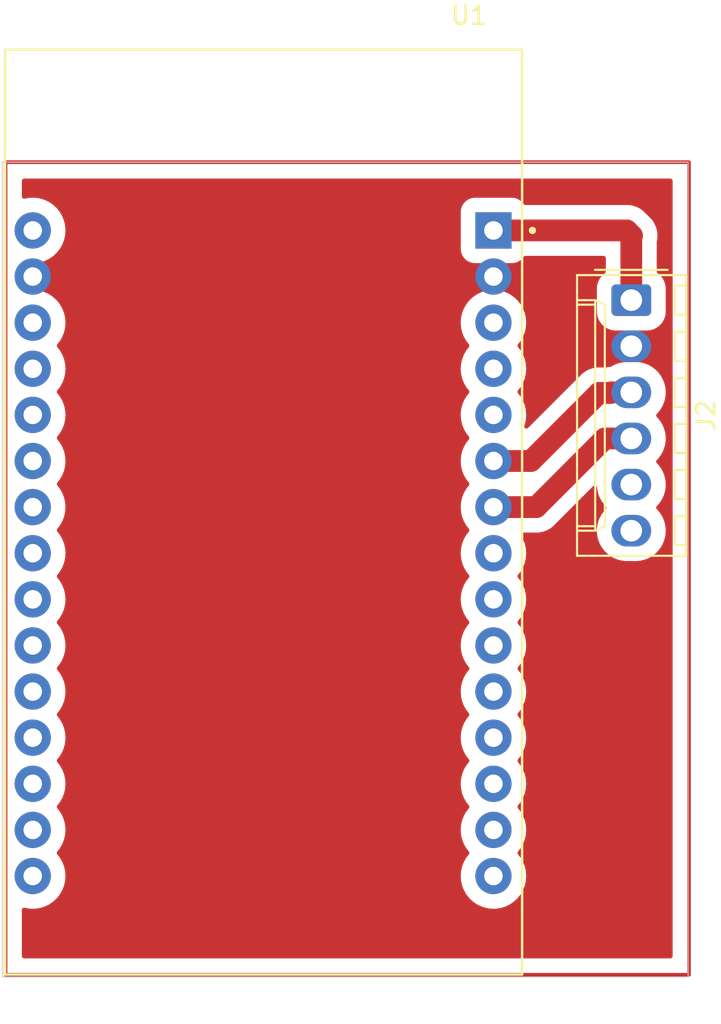
<source format=kicad_pcb>
(kicad_pcb (version 20240108) (generator "pcbnew") (generator_version "8.0")
  (layers (0 "F.Cu" signal) (31 "B.Cu" signal) (34 "B.Paste" user) (35 "F.Paste" user) (36 "B.SilkS" user "B.Silkscreen") (37 "F.SilkS" user "F.Silkscreen") (38 "B.Mask" user) (39 "F.Mask" user) (44 "Edge.Cuts" user))
  (net 0 "")
  (net 1 "3.3VT")
  (net 2 "WAKEUP")
  (net 3 "3v")
  (net 4 "GND")
  (net 5 "Rx_sensor")
  (net 6 "Tx_sensor")
  (footprint "ESP32-DEVKIT-V1:MODULE_ESP32_DEVKIT_V1" (layer "F.Cu") (at 178.35 105.275)
    (property "Reference" "U1" (at 11.355 -27.36 0) (layer "F.SilkS"))
    (property "Value" "ESP32-DEVKIT-V1")
    (fp_line (start -14.23 -25.475) (end -14.23 25.475) (stroke (width 0.127)) (layer "F.SilkS"))
    (fp_line (start -14.23 -25.475) (end -14.23 25.475) (stroke (width 0.127)) (layer "F.SilkS"))
    (fp_line (start -14.23 25.475) (end 14.28 25.475) (stroke (width 0.127)) (layer "F.SilkS"))
    (fp_line (start -8.78 25.475) (end -14.23 25.475) (stroke (width 0.127)) (layer "F.SilkS"))
    (fp_line (start -3.5 -25.475) (end -14.23 -25.475) (stroke (width 0.127)) (layer "F.SilkS"))
    (fp_line (start 3.211 -25.475) (end -3.5 -25.475) (stroke (width 0.127)) (layer "F.SilkS"))
    (fp_line (start 8.91 25.475) (end -8.78 25.475) (stroke (width 0.127)) (layer "F.SilkS"))
    (fp_line (start 14.28 -25.475) (end -14.23 -25.475) (stroke (width 0.127)) (layer "F.SilkS"))
    (fp_line (start 14.28 -25.475) (end 3.211 -25.475) (stroke (width 0.127)) (layer "F.SilkS"))
    (fp_line (start 14.28 25.475) (end 8.91 25.475) (stroke (width 0.127)) (layer "F.SilkS"))
    (fp_line (start 14.28 25.475) (end 14.28 -25.475) (stroke (width 0.127)) (layer "F.SilkS"))
    (fp_line (start 14.28 25.475) (end 14.28 -25.475) (stroke (width 0.127)) (layer "F.SilkS"))
    (fp_circle (center 14.85 -15.515) (end 14.75 -15.515) (stroke (width 0.2)) (fill none) (layer "F.SilkS"))
    (pad "1" thru_hole rect (at 12.7 -15.515) (size 2 2) (drill 1.02) (layers "*.Cu" "*.Mask") (net 3 "3v"))
    (pad "2" thru_hole circle (at 12.7 -12.975) (size 2 2) (drill 1.02) (layers "*.Cu" "*.Mask") (net 4 "GND"))
    (pad "3" thru_hole circle (at 12.7 -10.435) (size 2 2) (drill 1.02) (layers "*.Cu" "*.Mask"))
    (pad "4" thru_hole circle (at 12.7 -7.895) (size 2 2) (drill 1.02) (layers "*.Cu" "*.Mask"))
    (pad "5" thru_hole circle (at 12.7 -5.355) (size 2 2) (drill 1.02) (layers "*.Cu" "*.Mask"))
    (pad "6" thru_hole circle (at 12.7 -2.815) (size 2 2) (drill 1.02) (layers "*.Cu" "*.Mask") (net 6 "Tx_sensor"))
    (pad "7" thru_hole circle (at 12.7 -0.275) (size 2 2) (drill 1.02) (layers "*.Cu" "*.Mask") (net 5 "Rx_sensor"))
    (pad "8" thru_hole circle (at 12.7 2.265) (size 2 2) (drill 1.02) (layers "*.Cu" "*.Mask"))
    (pad "9" thru_hole circle (at 12.7 4.805) (size 2 2) (drill 1.02) (layers "*.Cu" "*.Mask"))
    (pad "10" thru_hole circle (at 12.7 7.345) (size 2 2) (drill 1.02) (layers "*.Cu" "*.Mask"))
    (pad "11" thru_hole circle (at 12.7 9.885) (size 2 2) (drill 1.02) (layers "*.Cu" "*.Mask"))
    (pad "12" thru_hole circle (at 12.7 12.425) (size 2 2) (drill 1.02) (layers "*.Cu" "*.Mask"))
    (pad "13" thru_hole circle (at 12.7 14.965) (size 2 2) (drill 1.02) (layers "*.Cu" "*.Mask"))
    (pad "14" thru_hole circle (at 12.7 17.505) (size 2 2) (drill 1.02) (layers "*.Cu" "*.Mask"))
    (pad "15" thru_hole circle (at 12.7 20.045) (size 2 2) (drill 1.02) (layers "*.Cu" "*.Mask"))
    (pad "16" thru_hole circle (at -12.7 20.045) (size 2 2) (drill 1.02) (layers "*.Cu" "*.Mask"))
    (pad "17" thru_hole circle (at -12.7 17.505) (size 2 2) (drill 1.02) (layers "*.Cu" "*.Mask"))
    (pad "18" thru_hole circle (at -12.7 14.965) (size 2 2) (drill 1.02) (layers "*.Cu" "*.Mask"))
    (pad "19" thru_hole circle (at -12.7 12.425) (size 2 2) (drill 1.02) (layers "*.Cu" "*.Mask"))
    (pad "20" thru_hole circle (at -12.7 9.885) (size 2 2) (drill 1.02) (layers "*.Cu" "*.Mask"))
    (pad "21" thru_hole circle (at -12.7 7.345) (size 2 2) (drill 1.02) (layers "*.Cu" "*.Mask"))
    (pad "22" thru_hole circle (at -12.7 4.805) (size 2 2) (drill 1.02) (layers "*.Cu" "*.Mask"))
    (pad "23" thru_hole circle (at -12.7 2.265) (size 2 2) (drill 1.02) (layers "*.Cu" "*.Mask"))
    (pad "24" thru_hole circle (at -12.7 -0.275) (size 2 2) (drill 1.02) (layers "*.Cu" "*.Mask"))
    (pad "25" thru_hole circle (at -12.7 -2.815) (size 2 2) (drill 1.02) (layers "*.Cu" "*.Mask"))
    (pad "26" thru_hole circle (at -12.7 -5.355) (size 2 2) (drill 1.02) (layers "*.Cu" "*.Mask"))
    (pad "27" thru_hole circle (at -12.7 -7.895) (size 2 2) (drill 1.02) (layers "*.Cu" "*.Mask"))
    (pad "28" thru_hole circle (at -12.7 -10.435) (size 2 2) (drill 1.02) (layers "*.Cu" "*.Mask"))
    (pad "29" thru_hole circle (at -12.7 -12.975) (size 2 2) (drill 1.02) (layers "*.Cu" "*.Mask") (net 4 "GND"))
    (pad "30" thru_hole circle (at -12.7 -15.515) (size 2 2) (drill 1.02) (layers "*.Cu" "*.Mask"))
  )
  (footprint "Connector_Molex:Molex_KK-254_AE-6410-06A_1x06_P2.54mm_Vertical" (layer "F.Cu") (at 198.65 93.6 -90)
    (property "Reference" "J2" (at 6.35 -4.12 90) (layer "F.SilkS"))
    (property "Value" "Conn_01x06_Pin")
    (fp_line (start -1.38 2.99) (end 14.08 2.99) (stroke (width 0.12)) (layer "F.SilkS"))
    (fp_line (start 0 2.99) (end 0 1.99) (stroke (width 0.12)) (layer "F.SilkS"))
    (fp_line (start 0.25 2.99) (end 0.25 1.99) (stroke (width 0.12)) (layer "F.SilkS"))
    (fp_line (start 12.45 2.99) (end 12.45 1.99) (stroke (width 0.12)) (layer "F.SilkS"))
    (fp_line (start 14.08 2.99) (end 14.08 -3.03) (stroke (width 0.12)) (layer "F.SilkS"))
    (fp_line (start 0 1.99) (end 12.7 1.99) (stroke (width 0.12)) (layer "F.SilkS"))
    (fp_line (start 0 1.99) (end 0.25 1.46) (stroke (width 0.12)) (layer "F.SilkS"))
    (fp_line (start 12.7 1.99) (end 12.7 2.99) (stroke (width 0.12)) (layer "F.SilkS"))
    (fp_line (start 0.25 1.46) (end 12.45 1.46) (stroke (width 0.12)) (layer "F.SilkS"))
    (fp_line (start 12.45 1.46) (end 12.7 1.99) (stroke (width 0.12)) (layer "F.SilkS"))
    (fp_line (start -1.67 -2) (end -1.67 2) (stroke (width 0.12)) (layer "F.SilkS"))
    (fp_line (start -0.8 -2.43) (end 0.8 -2.43) (stroke (width 0.12)) (layer "F.SilkS"))
    (fp_line (start 0.8 -2.43) (end 0.8 -3.03) (stroke (width 0.12)) (layer "F.SilkS"))
    (fp_line (start 1.74 -2.43) (end 3.34 -2.43) (stroke (width 0.12)) (layer "F.SilkS"))
    (fp_line (start 3.34 -2.43) (end 3.34 -3.03) (stroke (width 0.12)) (layer "F.SilkS"))
    (fp_line (start 4.28 -2.43) (end 5.88 -2.43) (stroke (width 0.12)) (layer "F.SilkS"))
    (fp_line (start 5.88 -2.43) (end 5.88 -3.03) (stroke (width 0.12)) (layer "F.SilkS"))
    (fp_line (start 6.82 -2.43) (end 8.42 -2.43) (stroke (width 0.12)) (layer "F.SilkS"))
    (fp_line (start 8.42 -2.43) (end 8.42 -3.03) (stroke (width 0.12)) (layer "F.SilkS"))
    (fp_line (start 9.36 -2.43) (end 10.96 -2.43) (stroke (width 0.12)) (layer "F.SilkS"))
    (fp_line (start 10.96 -2.43) (end 10.96 -3.03) (stroke (width 0.12)) (layer "F.SilkS"))
    (fp_line (start 11.9 -2.43) (end 13.5 -2.43) (stroke (width 0.12)) (layer "F.SilkS"))
    (fp_line (start 13.5 -2.43) (end 13.5 -3.03) (stroke (width 0.12)) (layer "F.SilkS"))
    (fp_line (start -1.38 -3.03) (end -1.38 2.99) (stroke (width 0.12)) (layer "F.SilkS"))
    (fp_line (start -0.8 -3.03) (end -0.8 -2.43) (stroke (width 0.12)) (layer "F.SilkS"))
    (fp_line (start 1.74 -3.03) (end 1.74 -2.43) (stroke (width 0.12)) (layer "F.SilkS"))
    (fp_line (start 4.28 -3.03) (end 4.28 -2.43) (stroke (width 0.12)) (layer "F.SilkS"))
    (fp_line (start 6.82 -3.03) (end 6.82 -2.43) (stroke (width 0.12)) (layer "F.SilkS"))
    (fp_line (start 9.36 -3.03) (end 9.36 -2.43) (stroke (width 0.12)) (layer "F.SilkS"))
    (fp_line (start 11.9 -3.03) (end 11.9 -2.43) (stroke (width 0.12)) (layer "F.SilkS"))
    (fp_line (start 14.08 -3.03) (end -1.38 -3.03) (stroke (width 0.12)) (layer "F.SilkS"))
    (pad "1" thru_hole roundrect (at 0 0 270) (size 1.74 2.19) (drill 1.19) (layers "*.Cu" "*.Mask") (roundrect_rratio 0.143678) (net 3 "3v"))
    (pad "2" thru_hole oval (at 2.54 0 270) (size 1.74 2.19) (drill 1.19) (layers "*.Cu" "*.Mask") (net 4 "GND"))
    (pad "3" thru_hole oval (at 5.08 0 270) (size 1.74 2.19) (drill 1.19) (layers "*.Cu" "*.Mask") (net 6 "Tx_sensor"))
    (pad "4" thru_hole oval (at 7.62 0 270) (size 1.74 2.19) (drill 1.19) (layers "*.Cu" "*.Mask") (net 5 "Rx_sensor"))
    (pad "5" thru_hole oval (at 10.16 0 270) (size 1.74 2.19) (drill 1.19) (layers "*.Cu" "*.Mask") (net 2 "WAKEUP"))
    (pad "6" thru_hole oval (at 12.7 0 270) (size 1.74 2.19) (drill 1.19) (layers "*.Cu" "*.Mask") (net 1 "3.3VT"))
  )
  (gr_rect (start 164.15 86) (end 201.83 130.76) (stroke (width 0.2)) (fill none) (layer "F.Cu"))
  (gr_rect (start 163.97 86) (end 201.78 130.89) (stroke (width 0.05)) (fill none) (layer "Edge.Cuts"))
  (segment (start 198.4 89.76) (end 198.69 90.05) (width 1.2) (layer "F.Cu") (net 3))
  (segment (start 191.05 89.76) (end 198.4 89.76) (width 1.2) (layer "F.Cu") (net 3))
  (segment (start 198.65 90.09) (end 198.65 93.6) (width 1.2) (layer "F.Cu") (net 3))
  (segment (start 198.69 90.05) (end 198.65 90.09) (width 1.2) (layer "F.Cu") (net 3))
  (segment (start 191.05 92.3) (end 192.464213 92.3) (width 1.2) (layer "F.Cu") (net 4))
  (segment (start 196.304213 96.14) (end 198.65 96.14) (width 1.2) (layer "F.Cu") (net 4))
  (segment (start 192.464213 92.3) (end 196.304213 96.14) (width 1.2) (layer "F.Cu") (net 4))
  (segment (start 197.188428 101.22) (end 198.65 101.22) (width 1.2) (layer "F.Cu") (net 5))
  (segment (start 193.408428 105) (end 197.188428 101.22) (width 1.2) (layer "F.Cu") (net 5))
  (segment (start 191.05 105) (end 193.408428 105) (width 1.2) (layer "F.Cu") (net 5))
  (segment (start 191.05 102.46) (end 193.12 102.46) (width 1.2) (layer "F.Cu") (net 6))
  (segment (start 196.87 98.71) (end 197.52 98.71) (width 1.2) (layer "F.Cu") (net 6))
  (segment (start 197.52 98.71) (end 197.55 98.68) (width 1.2) (layer "F.Cu") (net 6))
  (segment (start 197.55 98.68) (end 198.65 98.68) (width 1.2) (layer "F.Cu") (net 6))
  (segment (start 193.12 102.46) (end 196.87 98.71) (width 1.2) (layer "F.Cu") (net 6))
  (zone (net 4) (net_name "GND") (layer "F.Cu") (connect_pads yes (clearance 0.5)) (min_thickness 0.25) (fill yes (thermal_gap 0.5) (thermal_bridge_width 0.5))
    (polygon (pts (xy 201.83 130.76) (xy 164.15 130.76) (xy 164.15 86) (xy 201.83 86)))
  )
)
</source>
